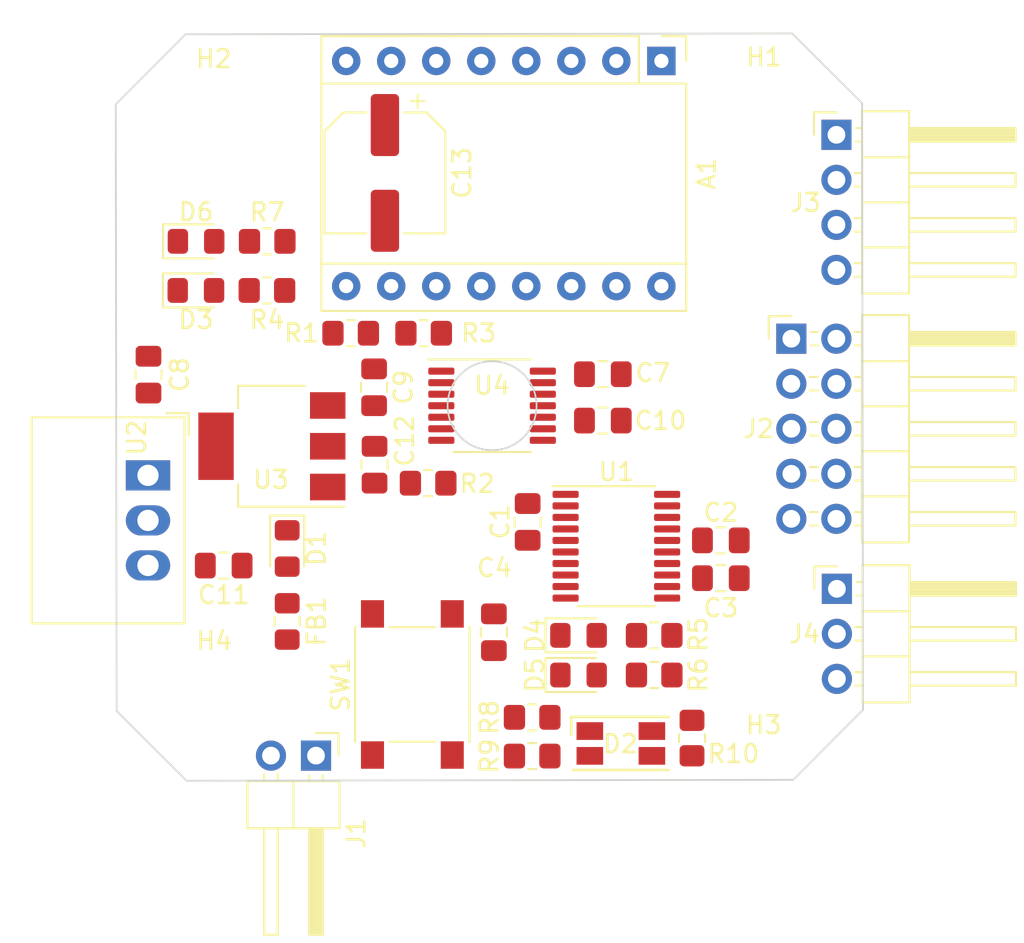
<source format=kicad_pcb>
(kicad_pcb (version 20211014) (generator pcbnew)
  (layers (0 "F.Cu" signal) (1 "In1.Cu" power "GND.Cu") (2 "In2.Cu" power "3.3V.Cu") (31 "B.Cu" signal) (34 "B.Paste" user) (35 "F.Paste" user) (36 "B.SilkS" user "B.Silkscreen") (37 "F.SilkS" user "F.Silkscreen") (38 "B.Mask" user) (39 "F.Mask" user) (44 "Edge.Cuts" user))
  (net 0 "")
  (net 1 "GND")
  (net 2 "Motor Enable")
  (net 3 "Driver Fault")
  (net 4 "+3V3")
  (net 5 "Net-(A1-Pad3)")
  (net 6 "Net-(A1-Pad4)")
  (net 7 "Net-(A1-Pad5)")
  (net 8 "Driver Reset")
  (net 9 "Net-(A1-Pad6)")
  (net 10 "Motor Step")
  (net 11 "Motor Direction")
  (net 12 "VCC")
  (net 13 "+5V")
  (net 14 "Net-(D1-Pad2)")
  (net 15 "Net-(D2-Pad1)")
  (net 16 "Net-(D2-Pad2)")
  (net 17 "Net-(D2-Pad3)")
  (net 18 "Net-(D3-Pad2)")
  (net 19 "Net-(D4-Pad2)")
  (net 20 "Net-(D5-Pad2)")
  (net 21 "Net-(D6-Pad2)")
  (net 22 "Net-(FB1-Pad1)")
  (net 23 "SWDIO")
  (net 24 "SWCLK")
  (net 25 "RX")
  (net 26 "TX")
  (net 27 "Control LED")
  (net 28 "Signal Red")
  (net 29 "Signal Green")
  (net 30 "Signal Blue")
  (net 32 "B")
  (net 33 "A")
  (net 42 "Net-(C7-Pad1)")
  (net 43 "Net-(R1-Pad2)")
  (net 44 "Net-(R2-Pad2)")
  (net 45 "Net-(R3-Pad2)")
  (footprint "Connector_PinHeader_2.54mm:PinHeader_1x04_P2.54mm_Horizontal" (layer "F.Cu") (at 166.7956 86.243)
    (fp_text reference "J3" (at -1.7464 3.8254) (layer "F.SilkS"))
    (fp_text value "Motor Out")
    (fp_line (start 10.1 5.46) (end 4.1 5.46) (layer "F.SilkS") (width 0.12))
    (fp_line (start 10.1 2.92) (end 4.1 2.92) (layer "F.SilkS") (width 0.12))
    (fp_line (start -1.27 0) (end -1.27 -1.27) (layer "F.SilkS") (width 0.12))
    (fp_line (start 1.042929 8) (end 1.44 8) (layer "F.SilkS") (width 0.12))
    (fp_line (start 10.1 4.7) (end 10.1 5.46) (layer "F.SilkS") (width 0.12))
    (fp_line (start 4.1 -0.32) (end 10.1 -0.32) (layer "F.SilkS") (width 0.12))
    (fp_line (start 1.042929 5.46) (end 1.44 5.46) (layer "F.SilkS") (width 0.12))
    (fp_line (start 4.1 -1.33) (end 1.44 -1.33) (layer "F.SilkS") (width 0.12))
    (fp_line (start 1.042929 2.92) (end 1.44 2.92) (layer "F.SilkS") (width 0.12))
    (fp_line (start 10.1 7.24) (end 10.1 8) (layer "F.SilkS") (width 0.12))
    (fp_line (start 10.1 2.16) (end 10.1 2.92) (layer "F.SilkS") (width 0.12))
    (fp_line (start 4.1 0.28) (end 10.1 0.28) (layer "F.SilkS") (width 0.12))
    (fp_line (start 1.44 6.35) (end 4.1 6.35) (layer "F.SilkS") (width 0.12))
    (fp_line (start -1.27 -1.27) (end 0 -1.27) (layer "F.SilkS") (width 0.12))
    (fp_line (start 4.1 4.7) (end 10.1 4.7) (layer "F.SilkS") (width 0.12))
    (fp_line (start 4.1 2.16) (end 10.1 2.16) (layer "F.SilkS") (width 0.12))
    (fp_line (start 1.11 0.38) (end 1.44 0.38) (layer "F.SilkS") (width 0.12))
    (fp_line (start 1.042929 7.24) (end 1.44 7.24) (layer "F.SilkS") (width 0.12))
    (fp_line (start 10.1 -0.38) (end 10.1 0.38) (layer "F.SilkS") (width 0.12))
    (fp_line (start 4.1 -0.38) (end 10.1 -0.38) (layer "F.SilkS") (width 0.12))
    (fp_line (start 10.1 0.38) (end 4.1 0.38) (layer "F.SilkS") (width 0.12))
    (fp_line (start 4.1 0.16) (end 10.1 0.16) (layer "F.SilkS") (width 0.12))
    (fp_line (start 1.042929 4.7) (end 1.44 4.7) (layer "F.SilkS") (width 0.12))
    (fp_line (start 1.042929 2.16) (end 1.44 2.16) (layer "F.SilkS") (width 0.12))
    (fp_line (start 1.44 8.95) (end 4.1 8.95) (layer "F.SilkS") (width 0.12))
    (fp_line (start 1.11 -0.38) (end 1.44 -0.38) (layer "F.SilkS") (width 0.12))
    (fp_line (start 1.44 3.81) (end 4.1 3.81) (layer "F.SilkS") (width 0.12))
    (fp_line (start 10.1 8) (end 4.1 8) (layer "F.SilkS") (width 0.12))
    (fp_line (start 4.1 0.04) (end 10.1 0.04) (layer "F.SilkS") (width 0.12))
    (fp_line (start 4.1 -0.08) (end 10.1 -0.08) (layer "F.SilkS") (width 0.12))
    (fp_line (start 4.1 8.95) (end 4.1 -1.33) (layer "F.SilkS") (width 0.12))
    (fp_line (start 4.1 7.24) (end 10.1 7.24) (layer "F.SilkS") (width 0.12))
    (fp_line (start 4.1 -0.2) (end 10.1 -0.2) (layer "F.SilkS") (width 0.12))
    (fp_line (start 1.44 1.27) (end 4.1 1.27) (layer "F.SilkS") (width 0.12))
    (fp_line (start 1.44 -1.33) (end 1.44 8.95) (layer "F.SilkS") (width 0.12))
    (pad "1" thru_hole rect locked (at 0 0) (size 1.7 1.7) (drill 1) (layers *.Cu *.Mask) (net 9 "Net-(A1-Pad6)"))
    (pad "2" thru_hole oval locked (at 0 2.54) (size 1.7 1.7) (drill 1) (layers *.Cu *.Mask) (net 7 "Net-(A1-Pad5)"))
    (pad "3" thru_hole oval locked (at 0 5.08) (size 1.7 1.7) (drill 1) (layers *.Cu *.Mask) (net 5 "Net-(A1-Pad3)"))
    (pad "4" thru_hole oval locked (at 0 7.62) (size 1.7 1.7) (drill 1) (layers *.Cu *.Mask) (net 6 "Net-(A1-Pad4)"))
  )
  (footprint "Button_Switch_SMD:SW_SPST_PTS645" (layer "F.Cu") (at 142.875 117.2464 90)
    (fp_text reference "SW1" (at 0 -4.05 90) (layer "F.SilkS"))
    (fp_text value "Reset")
    (fp_line (start 3.23 -3.23) (end 3.23 -3.2) (layer "F.SilkS") (width 0.12))
    (fp_line (start -3.23 -3.2) (end -3.23 -3.23) (layer "F.SilkS") (width 0.12))
    (fp_line (start -3.23 3.23) (end -3.23 3.2) (layer "F.SilkS") (width 0.12))
    (fp_line (start 3.23 -1.3) (end 3.23 1.3) (layer "F.SilkS") (width 0.12))
    (fp_line (start -3.23 -3.23) (end 3.23 -3.23) (layer "F.SilkS") (width 0.12))
    (fp_line (start 3.23 3.23) (end 3.23 3.2) (layer "F.SilkS") (width 0.12))
    (fp_line (start -3.23 3.23) (end 3.23 3.23) (layer "F.SilkS") (width 0.12))
    (fp_line (start -3.23 -1.3) (end -3.23 1.3) (layer "F.SilkS") (width 0.12))
    (pad "1" smd rect locked (at -3.98 -2.25 90) (size 1.55 1.3) (layers "F.Cu" "F.Paste" "F.Mask") (net 1 "GND"))
    (pad "1" smd rect locked (at 3.98 -2.25 90) (size 1.55 1.3) (layers "F.Cu" "F.Paste" "F.Mask") (net 1 "GND"))
    (pad "2" smd rect locked (at 3.98 2.25 90) (size 1.55 1.3) (layers "F.Cu" "F.Paste" "F.Mask") (net 8 "Driver Reset"))
    (pad "2" smd rect locked (at -3.98 2.25 90) (size 1.55 1.3) (layers "F.Cu" "F.Paste" "F.Mask") (net 8 "Driver Reset"))
  )
  (footprint "Capacitor_SMD:C_0805_2012Metric_Pad1.18x1.45mm_HandSolder" (layer "F.Cu") (at 153.6192 102.362)
    (fp_text reference "C10" (at 3.2512 0) (layer "F.SilkS"))
    (fp_text value "0.1uF")
    (fp_line (start -0.261252 0.735) (end 0.261252 0.735) (layer "F.SilkS") (width 0.12))
    (fp_line (start -0.261252 -0.735) (end 0.261252 -0.735) (layer "F.SilkS") (width 0.12))
    (pad "1" smd roundrect locked (at -1.0375 0) (size 1.175 1.45) (layers "F.Cu" "F.Paste" "F.Mask") (roundrect_rratio 0.212766) (net 13 "+5V"))
    (pad "2" smd roundrect locked (at 1.0375 0) (size 1.175 1.45) (layers "F.Cu" "F.Paste" "F.Mask") (roundrect_rratio 0.212766) (net 1 "GND"))
  )
  (footprint "LED_SMD:LED_0805_2012Metric_Pad1.15x1.40mm_HandSolder" (layer "F.Cu") (at 130.6646 95.0214)
    (fp_text reference "D3" (at 0 1.651) (layer "F.SilkS"))
    (fp_text value "Power")
    (fp_line (start -1.86 -0.96) (end -1.86 0.96) (layer "F.SilkS") (width 0.12))
    (fp_line (start 1 -0.96) (end -1.86 -0.96) (layer "F.SilkS") (width 0.12))
    (fp_line (start -1.86 0.96) (end 1 0.96) (layer "F.SilkS") (width 0.12))
    (pad "1" smd roundrect locked (at -1.025 0) (size 1.15 1.4) (layers "F.Cu" "F.Paste" "F.Mask") (roundrect_rratio 0.217391) (net 1 "GND"))
    (pad "2" smd roundrect locked (at 1.025 0) (size 1.15 1.4) (layers "F.Cu" "F.Paste" "F.Mask") (roundrect_rratio 0.217391) (net 18 "Net-(D3-Pad2)"))
  )
  (footprint "Capacitor_SMD:C_0805_2012Metric_Pad1.18x1.45mm_HandSolder" (layer "F.Cu") (at 147.4724 114.3 -90)
    (fp_text reference "C4" (at -3.6322 -0.0254 180) (layer "F.SilkS"))
    (fp_text value "0.1uF")
    (fp_line (start -0.261252 -0.735) (end 0.261252 -0.735) (layer "F.SilkS") (width 0.12))
    (fp_line (start -0.261252 0.735) (end 0.261252 0.735) (layer "F.SilkS") (width 0.12))
    (pad "1" smd roundrect locked (at -1.0375 0 270) (size 1.175 1.45) (layers "F.Cu" "F.Paste" "F.Mask") (roundrect_rratio 0.212766) (net 8 "Driver Reset"))
    (pad "2" smd roundrect locked (at 1.0375 0 270) (size 1.175 1.45) (layers "F.Cu" "F.Paste" "F.Mask") (roundrect_rratio 0.212766) (net 1 "GND"))
  )
  (footprint "MountingHole:MountingHole_3.2mm_M3" (layer "F.Cu") (at 131.7244 117.094)
    (fp_text reference "H4" (at -0.0254 -2.3114) (layer "F.SilkS"))
    (fp_text value "MountingHole")
    (pad "" np_thru_hole circle locked (at 0 0) (size 3.2 3.2) (drill 3.2) (layers *.Cu *.Mask))
  )
  (footprint "Connector_PinHeader_2.54mm:PinHeader_2x05_P2.54mm_Horizontal" (layer "F.Cu") (at 164.2506 97.7442)
    (fp_text reference "J2" (at -1.843 5.075) (layer "F.SilkS"))
    (fp_text value "ARM-JTAG/SWD_10")
    (fp_line (start 12.64 10.54) (end 6.64 10.54) (layer "F.SilkS") (width 0.12))
    (fp_line (start 3.582929 2.16) (end 3.98 2.16) (layer "F.SilkS") (width 0.12))
    (fp_line (start 1.11 -0.38) (end 1.497071 -0.38) (layer "F.SilkS") (width 0.12))
    (fp_line (start 6.64 -1.33) (end 3.98 -1.33) (layer "F.SilkS") (width 0.12))
    (fp_line (start 6.64 -0.38) (end 12.64 -0.38) (layer "F.SilkS") (width 0.12))
    (fp_line (start 1.042929 2.16) (end 1.497071 2.16) (layer "F.SilkS") (width 0.12))
    (fp_line (start 6.64 11.49) (end 6.64 -1.33) (layer "F.SilkS") (width 0.12))
    (fp_line (start 12.64 -0.38) (end 12.64 0.38) (layer "F.SilkS") (width 0.12))
    (fp_line (start 1.042929 7.24) (end 1.497071 7.24) (layer "F.SilkS") (width 0.12))
    (fp_line (start 3.582929 8) (end 3.98 8) (layer "F.SilkS") (width 0.12))
    (fp_line (start 3.582929 9.78) (end 3.98 9.78) (layer "F.SilkS") (width 0.12))
    (fp_line (start 3.582929 -0.38) (end 3.98 -0.38) (layer "F.SilkS") (width 0.12))
    (fp_line (start 1.042929 9.78) (end 1.497071 9.78) (layer "F.SilkS") (width 0.12))
    (fp_line (start 12.64 8) (end 6.64 8) (layer "F.SilkS") (width 0.12))
    (fp_line (start 6.64 2.16) (end 12.64 2.16) (layer "F.SilkS") (width 0.12))
    (fp_line (start 6.64 -0.08) (end 12.64 -0.08) (layer "F.SilkS") (width 0.12))
    (fp_line (start 3.582929 0.38) (end 3.98 0.38) (layer "F.SilkS") (width 0.12))
    (fp_line (start -1.27 0) (end -1.27 -1.27) (layer "F.SilkS") (width 0.12))
    (fp_line (start 12.64 0.38) (end 6.64 0.38) (layer "F.SilkS") (width 0.12))
    (fp_line (start 6.64 0.28) (end 12.64 0.28) (layer "F.SilkS") (width 0.12))
    (fp_line (start 1.042929 4.7) (end 1.497071 4.7) (layer "F.SilkS") (width 0.12))
    (fp_line (start 6.64 7.24) (end 12.64 7.24) (layer "F.SilkS") (width 0.12))
    (fp_line (start 3.98 6.35) (end 6.64 6.35) (layer "F.SilkS") (width 0.12))
    (fp_line (start 1.042929 8) (end 1.497071 8) (layer "F.SilkS") (width 0.12))
    (fp_line (start 1.11 0.38) (end 1.497071 0.38) (layer "F.SilkS") (width 0.12))
    (fp_line (start 3.582929 4.7) (end 3.98 4.7) (layer "F.SilkS") (width 0.12))
    (fp_line (start 12.64 2.16) (end 12.64 2.92) (layer "F.SilkS") (width 0.12))
    (fp_line (start 3.98 11.49) (end 6.64 11.49) (layer "F.SilkS") (width 0.12))
    (fp_line (start 12.64 2.92) (end 6.64 2.92) (layer "F.SilkS") (width 0.12))
    (fp_line (start 6.64 0.04) (end 12.64 0.04) (layer "F.SilkS") (width 0.12))
    (fp_line (start 12.64 5.46) (end 6.64 5.46) (layer "F.SilkS") (width 0.12))
    (fp_line (start 3.98 8.89) (end 6.64 8.89) (layer "F.SilkS") (width 0.12))
    (fp_line (start 12.64 7.24) (end 12.64 8) (layer "F.SilkS") (width 0.12))
    (fp_line (start 12.64 9.78) (end 12.64 10.54) (layer "F.SilkS") (width 0.12))
    (fp_line (start 12.64 4.7) (end 12.64 5.46) (layer "F.SilkS") (width 0.12))
    (fp_line (start 3.582929 2.92) (end 3.98 2.92) (layer "F.SilkS") (width 0.12))
    (fp_line (start 1.042929 10.54) (end 1.497071 10.54) (layer "F.SilkS") (width 0.12))
    (fp_line (start 6.64 0.16) (end 12.64 0.16) (layer "F.SilkS") (width 0.12))
    (fp_line (start 6.64 9.78) (end 12.64 9.78) (layer "F.SilkS") (width 0.12))
    (fp_line (start 3.98 1.27) (end 6.64 1.27) (layer "F.SilkS") (width 0.12))
    (fp_line (start 6.64 -0.32) (end 12.64 -0.32) (layer "F.SilkS") (width 0.12))
    (fp_line (start 1.042929 5.46) (end 1.497071 5.46) (layer "F.SilkS") (width 0.12))
    (fp_line (start 6.64 4.7) (end 12.64 4.7) (layer "F.SilkS") (width 0.12))
    (fp_line (start 3.582929 5.46) (end 3.98 5.46) (layer "F.SilkS") (width 0.12))
    (fp_line (start 3.582929 10.54) (end 3.98 10.54) (layer "F.SilkS") (width 0.12))
    (fp_line (start 3.98 3.81) (end 6.64 3.81) (layer "F.SilkS") (width 0.12))
    (fp_line (start 3.582929 7.24) (end 3.98 7.24) (layer "F.SilkS") (width 0.12))
    (fp_line (start 3.98 -1.33) (end 3.98 11.49) (layer "F.SilkS") (width 0.12))
    (fp_line (start -1.27 -1.27) (end 0 -1.27) (layer "F.SilkS") (width 0.12))
    (fp_line (start 1.042929 2.92) (end 1.497071 2.92) (layer "F.SilkS") (width 0.12))
    (fp_line (start 6.64 -0.2) (end 12.64 -0.2) (layer "F.SilkS") (width 0.12))
    (pad "1" thru_hole rect locked (at 0 0) (size 1.7 1.7) (drill 1) (layers *.Cu *.Mask) (net 4 "+3V3"))
    (pad "2" thru_hole oval locked (at 2.54 0) (size 1.7 1.7) (drill 1) (layers *.Cu *.Mask) (net 23 "SWDIO"))
    (pad "3" thru_hole oval locked (at 0 2.54) (size 1.7 1.7) (drill 1) (layers *.Cu *.Mask) (net 1 "GND"))
    (pad "4" thru_hole oval locked (at 2.54 2.54) (size 1.7 1.7) (drill 1) (layers *.Cu *.Mask) (net 24 "SWCLK"))
    (pad "5" thru_hole oval locked (at 0 5.08) (size 1.7 1.7) (drill 1) (layers *.Cu *.Mask) (net 1 "GND"))
    (pad "6" thru_hole oval locked (at 2.54 5.08) (size 1.7 1.7) (drill 1) (layers *.Cu *.Mask))
    (pad "7" thru_hole oval locked (at 0 7.62) (size 1.7 1.7) (drill 1) (layers *.Cu *.Mask))
    (pad "8" thru_hole oval locked (at 2.54 7.62) (size 1.7 1.7) (drill 1) (layers *.Cu *.Mask))
    (pad "9" thru_hole oval locked (at 0 10.16) (size 1.7 1.7) (drill 1) (layers *.Cu *.Mask) (net 1 "GND"))
    (pad "10" thru_hole oval locked (at 2.54 10.16) (size 1.7 1.7) (drill 1) (layers *.Cu *.Mask))
  )
  (footprint "Resistor_SMD:R_0805_2012Metric_Pad1.20x1.40mm_HandSolder" (layer "F.Cu") (at 143.51 97.4344)
    (fp_text reference "R3" (at 3.0988 0) (layer "F.SilkS"))
    (fp_text value "10K")
    (fp_line (start -0.227064 0.735) (end 0.227064 0.735) (layer "F.SilkS") (width 0.12))
    (fp_line (start -0.227064 -0.735) (end 0.227064 -0.735) (layer "F.SilkS") (width 0.12))
    (pad "1" smd roundrect locked (at -1 0) (size 1.2 1.4) (layers "F.Cu" "F.Paste" "F.Mask") (roundrect_rratio 0.208333) (net 13 "+5V"))
    (pad "2" smd roundrect locked (at 1 0) (size 1.2 1.4) (layers "F.Cu" "F.Paste" "F.Mask") (roundrect_rratio 0.208333) (net 45 "Net-(R3-Pad2)"))
  )
  (footprint "Capacitor_SMD:C_0805_2012Metric_Pad1.18x1.45mm_HandSolder" (layer "F.Cu") (at 149.3774 108.077 90)
    (fp_text reference "C1" (at 0 -1.5494 90) (layer "F.SilkS"))
    (fp_text value "0.1uF")
    (fp_line (start -0.261252 -0.735) (end 0.261252 -0.735) (layer "F.SilkS") (width 0.12))
    (fp_line (start -0.261252 0.735) (end 0.261252 0.735) (layer "F.SilkS") (width 0.12))
    (pad "1" smd roundrect locked (at -1.0375 0 90) (size 1.175 1.45) (layers "F.Cu" "F.Paste" "F.Mask") (roundrect_rratio 0.212766) (net 4 "+3V3"))
    (pad "2" smd roundrect locked (at 1.0375 0 90) (size 1.175 1.45) (layers "F.Cu" "F.Paste" "F.Mask") (roundrect_rratio 0.212766) (net 1 "GND"))
  )
  (footprint "Resistor_SMD:R_0805_2012Metric_Pad1.20x1.40mm_HandSolder" (layer "F.Cu") (at 134.6708 95.0214)
    (fp_text reference "R4" (at 0 1.651) (layer "F.SilkS"))
    (fp_text value "100")
    (fp_line (start -0.227064 0.735) (end 0.227064 0.735) (layer "F.SilkS") (width 0.12))
    (fp_line (start -0.227064 -0.735) (end 0.227064 -0.735) (layer "F.SilkS") (width 0.12))
    (pad "1" smd roundrect locked (at -1 0) (size 1.2 1.4) (layers "F.Cu" "F.Paste" "F.Mask") (roundrect_rratio 0.208333) (net 18 "Net-(D3-Pad2)"))
    (pad "2" smd roundrect locked (at 1 0) (size 1.2 1.4) (layers "F.Cu" "F.Paste" "F.Mask") (roundrect_rratio 0.208333) (net 13 "+5V"))
  )
  (footprint "Module:Pololu_Breakout-16_15.2x20.3mm" (layer "F.Cu") (at 156.9212 82.0774 -90)
    (fp_text reference "A1" (at 6.35 -2.54 90) (layer "F.SilkS"))
    (fp_text value "Pololu DRV8825")
    (fp_line (start 14.1 -1.4) (end 1.27 -1.4) (layer "F.SilkS") (width 0.12))
    (fp_line (start 14.1 19.18) (end 14.1 -1.4) (layer "F.SilkS") (width 0.12))
    (fp_line (start -1.4 -1.4) (end -1.4 0) (layer "F.SilkS") (width 0.12))
    (fp_line (start 1.27 1.27) (end -1.4 1.27) (layer "F.SilkS") (width 0.12))
    (fp_line (start 0 -1.4) (end -1.4 -1.4) (layer "F.SilkS") (width 0.12))
    (fp_line (start -1.4 19.18) (end 14.1 19.18) (layer "F.SilkS") (width 0.12))
    (fp_line (start 1.27 -1.4) (end 1.27 1.27) (layer "F.SilkS") (width 0.12))
    (fp_line (start 1.27 1.27) (end 1.27 19.18) (layer "F.SilkS") (width 0.12))
    (fp_line (start 11.43 -1.4) (end 11.43 19.18) (layer "F.SilkS") (width 0.12))
    (fp_line (start -1.4 1.27) (end -1.4 19.18) (layer "F.SilkS") (width 0.12))
    (pad "1" thru_hole rect locked (at 0 0 270) (size 1.6 1.6) (drill 0.8) (layers *.Cu *.Mask) (net 1 "GND"))
    (pad "2" thru_hole oval locked (at 0 2.54 270) (size 1.6 1.6) (drill 0.8) (layers *.Cu *.Mask) (net 3 "Driver Fault"))
    (pad "3" thru_hole oval locked (at 0 5.08 270) (size 1.6 1.6) (drill 0.8) (layers *.Cu *.Mask) (net 5 "Net-(A1-Pad3)"))
    (pad "4" thru_hole oval locked (at 0 7.62 270) (size 1.6 1.6) (drill 0.8) (layers *.Cu *.Mask) (net 6 "Net-(A1-Pad4)"))
    (pad "5" thru_hole oval locked (at 0 10.16 270) (size 1.6 1.6) (drill 0.8) (layers *.Cu *.Mask) (net 7 "Net-(A1-Pad5)"))
    (pad "6" thru_hole oval locked (at 0 12.7 270) (size 1.6 1.6) (drill 0.8) (layers *.Cu *.Mask) (net 9 "Net-(A1-Pad6)"))
    (pad "7" thru_hole oval locked (at 0 15.24 270) (size 1.6 1.6) (drill 0.8) (layers *.Cu *.Mask) (net 1 "GND"))
    (pad "8" thru_hole oval locked (at 0 17.78 270) (size 1.6 1.6) (drill 0.8) (layers *.Cu *.Mask) (net 12 "VCC"))
    (pad "9" thru_hole oval locked (at 12.7 17.78 270) (size 1.6 1.6) (drill 0.8) (layers *.Cu *.Mask) (net 2 "Motor Enable"))
    (pad "10" thru_hole oval locked (at 12.7 15.24 270) (size 1.6 1.6) (drill 0.8) (layers *.Cu *.Mask) (net 4 "+3V3"))
    (pad "11" thru_hole oval locked (at 12.7 12.7 270) (size 1.6 1.6) (drill 0.8) (layers *.Cu *.Mask) (net 4 "+3V3"))
    (pad "12" thru_hole oval locked (at 12.7 10.16 270) (size 1.6 1.6) (drill 0.8) (layers *.Cu *.Mask) (net 1 "GND"))
    (pad "13" thru_hole oval locked (at 12.7 7.62 270) (size 1.6 1.6) (drill 0.8) (layers *.Cu *.Mask) (net 8 "Driver Reset"))
    (pad "14" thru_hole oval locked (at 12.7 5.08 270) (size 1.6 1.6) (drill 0.8) (layers *.Cu *.Mask) (net 4 "+3V3"))
    (pad "15" thru_hole oval locked (at 12.7 2.54 270) (size 1.6 1.6) (drill 0.8) (layers *.Cu *.Mask) (net 10 "Motor Step"))
    (pad "16" thru_hole oval locked (at 12.7 0 270) (size 1.6 1.6) (drill 0.8) (layers *.Cu *.Mask) (net 11 "Motor Direction"))
  )
  (footprint "Connector_PinHeader_2.54mm:PinHeader_1x03_P2.54mm_Horizontal" (layer "F.Cu") (at 166.821 111.8512)
    (fp_text reference "J4" (at -1.8226 2.5504) (layer "F.SilkS"))
    (fp_text value "Serial Out")
    (fp_line (start 10.1 0.38) (end 4.1 0.38) (layer "F.SilkS") (width 0.12))
    (fp_line (start 1.11 0.38) (end 1.44 0.38) (layer "F.SilkS") (width 0.12))
    (fp_line (start -1.27 0) (end -1.27 -1.27) (layer "F.SilkS") (width 0.12))
    (fp_line (start 4.1 -0.08) (end 10.1 -0.08) (layer "F.SilkS") (width 0.12))
    (fp_line (start 4.1 0.04) (end 10.1 0.04) (layer "F.SilkS") (width 0.12))
    (fp_line (start 1.44 3.81) (end 4.1 3.81) (layer "F.SilkS") (width 0.12))
    (fp_line (start 4.1 -0.32) (end 10.1 -0.32) (layer "F.SilkS") (width 0.12))
    (fp_line (start 1.042929 4.7) (end 1.44 4.7) (layer "F.SilkS") (width 0.12))
    (fp_line (start 1.11 -0.38) (end 1.44 -0.38) (layer "F.SilkS") (width 0.12))
    (fp_line (start 10.1 2.92) (end 4.1 2.92) (layer "F.SilkS") (width 0.12))
    (fp_line (start 4.1 -0.2) (end 10.1 -0.2) (layer "F.SilkS") (width 0.12))
    (fp_line (start 4.1 -0.38) (end 10.1 -0.38) (layer "F.SilkS") (width 0.12))
    (fp_line (start 10.1 2.16) (end 10.1 2.92) (layer "F.SilkS") (width 0.12))
    (fp_line (start 1.042929 5.46) (end 1.44 5.46) (layer "F.SilkS") (width 0.12))
    (fp_line (start 1.44 -1.33) (end 1.44 6.41) (layer "F.SilkS") (width 0.12))
    (fp_line (start 4.1 -1.33) (end 1.44 -1.33) (layer "F.SilkS") (width 0.12))
    (fp_line (start -1.27 -1.27) (end 0 -1.27) (layer "F.SilkS") (width 0.12))
    (fp_line (start 4.1 0.16) (end 10.1 0.16) (layer "F.SilkS") (width 0.12))
    (fp_line (start 10.1 4.7) (end 10.1 5.46) (layer "F.SilkS") (width 0.12))
    (fp_line (start 1.042929 2.92) (end 1.44 2.92) (layer "F.SilkS") (width 0.12))
    (fp_line (start 4.1 0.28) (end 10.1 0.28) (layer "F.SilkS") (width 0.12))
    (fp_line (start 10.1 5.46) (end 4.1 5.46) (layer "F.SilkS") (width 0.12))
    (fp_line (start 1.042929 2.16) (end 1.44 2.16) (layer "F.SilkS") (width 0.12))
    (fp_line (start 4.1 2.16) (end 10.1 2.16) (layer "F.SilkS") (width 0.12))
    (fp_line (start 4.1 4.7) (end 10.1 4.7) (layer "F.SilkS") (width 0.12))
    (fp_line (start 1.44 6.41) (end 4.1 6.41) (layer "F.SilkS") (width 0.12))
    (fp_line (start 4.1 6.41) (end 4.1 -1.33) (layer "F.SilkS") (width 0.12))
    (fp_line (start 1.44 1.27) (end 4.1 1.27) (layer "F.SilkS") (width 0.12))
    (fp_line (start 10.1 -0.38) (end 10.1 0.38) (layer "F.SilkS") (width 0.12))
    (pad "1" thru_hole rect locked (at 0 0) (size 1.7 1.7) (drill 1) (layers *.Cu *.Mask) (net 25 "RX"))
    (pad "2" thru_hole oval locked (at 0 2.54) (size 1.7 1.7) (drill 1) (layers *.Cu *.Mask) (net 26 "TX"))
    (pad "3" thru_hole oval locked (at 0 5.08) (size 1.7 1.7) (drill 1) (layers *.Cu *.Mask) (net 1 "GND"))
  )
  (footprint "MountingHole:MountingHole_3.2mm_M3" (layer "F.Cu") (at 162.7124 117.094)
    (fp_text reference "H3" (at -0.0254 2.4384) (layer "F.SilkS"))
    (fp_text value "MountingHole")
    (pad "" np_thru_hole circle locked (at 0 0) (size 3.2 3.2) (drill 3.2) (layers *.Cu *.Mask))
  )
  (footprint "Capacitor_SMD:C_0805_2012Metric_Pad1.18x1.45mm_HandSolder" (layer "F.Cu") (at 153.6192 99.7458)
    (fp_text reference "C7" (at 2.8194 -0.0762) (layer "F.SilkS"))
    (fp_text value "1uF")
    (fp_line (start -0.261252 0.735) (end 0.261252 0.735) (layer "F.SilkS") (width 0.12))
    (fp_line (start -0.261252 -0.735) (end 0.261252 -0.735) (layer "F.SilkS") (width 0.12))
    (pad "1" smd roundrect locked (at -1.0375 0) (size 1.175 1.45) (layers "F.Cu" "F.Paste" "F.Mask") (roundrect_rratio 0.212766) (net 42 "Net-(C7-Pad1)"))
    (pad "2" smd roundrect locked (at 1.0375 0) (size 1.175 1.45) (layers "F.Cu" "F.Paste" "F.Mask") (roundrect_rratio 0.212766) (net 1 "GND"))
  )
  (footprint "Resistor_SMD:R_0805_2012Metric_Pad1.20x1.40mm_HandSolder" (layer "F.Cu") (at 149.6322 121.285 180)
    (fp_text reference "R9" (at 2.4138 0 90) (layer "F.SilkS"))
    (fp_text value "470")
    (fp_line (start -0.227064 0.735) (end 0.227064 0.735) (layer "F.SilkS") (width 0.12))
    (fp_line (start -0.227064 -0.735) (end 0.227064 -0.735) (layer "F.SilkS") (width 0.12))
    (pad "1" smd roundrect locked (at -1 0 180) (size 1.2 1.4) (layers "F.Cu" "F.Paste" "F.Mask") (roundrect_rratio 0.208333) (net 16 "Net-(D2-Pad2)"))
    (pad "2" smd roundrect locked (at 1 0 180) (size 1.2 1.4) (layers "F.Cu" "F.Paste" "F.Mask") (roundrect_rratio 0.208333) (net 29 "Signal Green"))
  )
  (footprint "Resistor_SMD:R_0805_2012Metric_Pad1.20x1.40mm_HandSolder" (layer "F.Cu") (at 134.6872 92.2528)
    (fp_text reference "R7" (at 0 -1.65) (layer "F.SilkS"))
    (fp_text value "470")
    (fp_line (start -0.227064 0.735) (end 0.227064 0.735) (layer "F.SilkS") (width 0.12))
    (fp_line (start -0.227064 -0.735) (end 0.227064 -0.735) (layer "F.SilkS") (width 0.12))
    (pad "1" smd roundrect locked (at -1 0) (size 1.2 1.4) (layers "F.Cu" "F.Paste" "F.Mask") (roundrect_rratio 0.208333) (net 21 "Net-(D6-Pad2)"))
    (pad "2" smd roundrect locked (at 1 0) (size 1.2 1.4) (layers "F.Cu" "F.Paste" "F.Mask") (roundrect_rratio 0.208333) (net 27 "Control LED"))
  )
  (footprint "Package_SO:TSSOP-14_4.4x5mm_P0.65mm" (layer "F.Cu") (at 147.3708 101.5238)
    (fp_text reference "U4" (at 0 -1.143) (layer "F.SilkS"))
    (fp_text value "AS5047D")
    (fp_line (start 0 -2.61) (end 2.2 -2.61) (layer "F.SilkS") (width 0.12))
    (fp_line (start 0 -2.61) (end -3.6 -2.61) (layer "F.SilkS") (width 0.12))
    (fp_line (start 0 2.61) (end -2.2 2.61) (layer "F.SilkS") (width 0.12))
    (fp_line (start 0 2.61) (end 2.2 2.61) (layer "F.SilkS") (width 0.12))
    (pad "1" smd roundrect locked (at -2.8625 -1.95) (size 1.475 0.4) (layers "F.Cu" "F.Paste" "F.Mask") (net 45 "Net-(R3-Pad2)"))
    (pad "2" smd roundrect locked (at -2.8625 -1.3) (size 1.475 0.4) (layers "F.Cu" "F.Paste" "F.Mask") (net 44 "Net-(R2-Pad2)"))
    (pad "3" smd roundrect locked (at -2.8625 -0.65) (size 1.475 0.4) (layers "F.Cu" "F.Paste" "F.Mask"))
    (pad "4" smd roundrect locked (at -2.8625 0) (size 1.475 0.4) (layers "F.Cu" "F.Paste" "F.Mask") (net 43 "Net-(R1-Pad2)"))
    (pad "5" smd roundrect locked (at -2.8625 0.65) (size 1.475 0.4) (layers "F.Cu" "F.Paste" "F.Mask") (net 1 "GND"))
    (pad "6" smd roundrect locked (at -2.8625 1.3) (size 1.475 0.4) (layers "F.Cu" "F.Paste" "F.Mask") (net 32 "B"))
    (pad "7" smd roundrect locked (at -2.8625 1.95) (size 1.475 0.4) (layers "F.Cu" "F.Paste" "F.Mask") (net 33 "A"))
    (pad "8" smd roundrect locked (at 2.8625 1.95) (size 1.475 0.4) (layers "F.Cu" "F.Paste" "F.Mask"))
    (pad "9" smd roundrect locked (at 2.8625 1.3) (size 1.475 0.4) (layers "F.Cu" "F.Paste" "F.Mask"))
    (pad "10" smd roundrect locked (at 2.8625 0.65) (size 1.475 0.4) (layers "F.Cu" "F.Paste" "F.Mask"))
    (pad "11" smd roundrect locked (at 2.8625 0) (size 1.475 0.4) (layers "F.Cu" "F.Paste" "F.Mask") (net 13 "+5V"))
    (pad "12" smd roundrect locked (at 2.8625 -0.65) (size 1.475 0.4) (layers "F.Cu" "F.Paste" "F.Mask") (net 42 "Net-(C7-Pad1)"))
    (pad "13" smd roundrect locked (at 2.8625 -1.3) (size 1.475 0.4) (layers "F.Cu" "F.Paste" "F.Mask") (net 1 "GND"))
    (pad "14" smd roundrect locked (at 2.8625 -1.95) (size 1.475 0.4) (layers "F.Cu" "F.Paste" "F.Mask"))
  )
  (footprint "Package_TO_SOT_SMD:SOT-223-3_TabPin2" (layer "F.Cu") (at 134.9502 103.8098 180)
    (fp_text reference "U3" (at 0.0508 -1.8796) (layer "F.SilkS"))
    (fp_text value "AMS1117-3.3")
    (fp_line (start -1.85 3.41) (end 1.91 3.41) (layer "F.SilkS") (width 0.12))
    (fp_line (start -4.1 -3.41) (end 1.91 -3.41) (layer "F.SilkS") (width 0.12))
    (fp_line (start 1.91 -3.41) (end 1.91 -2.15) (layer "F.SilkS") (width 0.12))
    (fp_line (start 1.91 3.41) (end 1.91 2.15) (layer "F.SilkS") (width 0.12))
    (pad "1" smd rect locked (at -3.15 -2.3 180) (size 2 1.5) (layers "F.Cu" "F.Paste" "F.Mask") (net 1 "GND"))
    (pad "2" smd rect locked (at -3.15 0 180) (size 2 1.5) (layers "F.Cu" "F.Paste" "F.Mask") (net 4 "+3V3"))
    (pad "2" smd rect locked (at 3.15 0 180) (size 2 3.8) (layers "F.Cu" "F.Paste" "F.Mask") (net 4 "+3V3"))
    (pad "3" smd rect locked (at -3.15 2.3 180) (size 2 1.5) (layers "F.Cu" "F.Paste" "F.Mask") (net 13 "+5V"))
  )
  (footprint "MountingHole:MountingHole_3.2mm_M3" (layer "F.Cu") (at 162.7124 86.0552)
    (fp_text reference "H1" (at 0 -4.2) (layer "F.SilkS"))
    (fp_text value "MountingHole")
    (pad "" np_thru_hole circle locked (at 0 0) (size 3.2 3.2) (drill 3.2) (layers *.Cu *.Mask))
  )
  (footprint "Package_SO:TSSOP-20_4.4x6.5mm_P0.65mm" (layer "F.Cu") (at 154.3812 109.4486)
    (fp_text reference "U1" (at 0 -4.2) (layer "F.SilkS"))
    (fp_text value "STM32L011F4Px")
    (fp_line (start 0 3.385) (end 2.2 3.385) (layer "F.SilkS") (width 0.12))
    (fp_line (start 0 3.385) (end -2.2 3.385) (layer "F.SilkS") (width 0.12))
    (fp_line (start 0 -3.385) (end 2.2 -3.385) (layer "F.SilkS") (width 0.12))
    (fp_line (start 0 -3.385) (end -3.6 -3.385) (layer "F.SilkS") (width 0.12))
    (pad "1" smd roundrect locked (at -2.8625 -2.925) (size 1.475 0.4) (layers "F.Cu" "F.Paste" "F.Mask") (net 3 "Driver Fault"))
    (pad "2" smd roundrect locked (at -2.8625 -2.275) (size 1.475 0.4) (layers "F.Cu" "F.Paste" "F.Mask"))
    (pad "3" smd roundrect locked (at -2.8625 -1.625) (size 1.475 0.4) (layers "F.Cu" "F.Paste" "F.Mask"))
    (pad "4" smd roundrect locked (at -2.8625 -0.975) (size 1.475 0.4) (layers "F.Cu" "F.Paste" "F.Mask") (net 8 "Driver Reset"))
    (pad "5" smd roundrect locked (at -2.8625 -0.325) (size 1.475 0.4) (layers "F.Cu" "F.Paste" "F.Mask") (net 4 "+3V3"))
    (pad "6" smd roundrect locked (at -2.8625 0.325) (size 1.475 0.4) (layers "F.Cu" "F.Paste" "F.Mask") (net 33 "A"))
    (pad "7" smd roundrect locked (at -2.8625 0.975) (size 1.475 0.4) (layers "F.Cu" "F.Paste" "F.Mask") (net 32 "B"))
    (pad "8" smd roundrect locked (at -2.8625 1.625) (size 1.475 0.4) (layers "F.Cu" "F.Paste" "F.Mask") (net 26 "TX"))
    (pad "9" smd roundrect locked (at -2.8625 2.275) (size 1.475 0.4) (layers "F.Cu" "F.Paste" "F.Mask") (net 25 "RX"))
    (pad "10" smd roundrect locked (at -2.8625 2.925) (size 1.475 0.4) (layers "F.Cu" "F.Paste" "F.Mask") (net 27 "Control LED"))
    (pad "11" smd roundrect locked (at 2.8625 2.925) (size 1.475 0.4) (layers "F.Cu" "F.Paste" "F.Mask") (net 10 "Motor Step"))
    (pad "12" smd roundrect locked (at 2.8625 2.275) (size 1.475 0.4) (layers "F.Cu" "F.Paste" "F.Mask") (net 11 "Motor Direction"))
    (pad "13" smd roundrect locked (at 2.8625 1.625) (size 1.475 0.4) (layers "F.Cu" "F.Paste" "F.Mask") (net 2 "Motor Enable"))
    (pad "14" smd roundrect locked (at 2.8625 0.975) (size 1.475 0.4) (layers "F.Cu" "F.Paste" "F.Mask") (net 30 "Signal Blue"))
    (pad "15" smd roundrect locked (at 2.8625 0.325) (size 1.475 0.4) (layers "F.Cu" "F.Paste" "F.Mask") (net 1 "GND"))
    (pad "16" smd roundrect locked (at 2.8625 -0.325) (size 1.475 0.4) (layers "F.Cu" "F.Paste" "F.Mask") (net 4 "+3V3"))
    (pad "17" smd roundrect locked (at 2.8625 -0.975) (size 1.475 0.4) (layers "F.Cu" "F.Paste" "F.Mask") (net 28 "Signal Red"))
    (pad "18" smd roundrect locked (at 2.8625 -1.625) (size 1.475 0.4) (layers "F.Cu" "F.Paste" "F.Mask") (net 29 "Signal Green"))
    (pad "19" smd roundrect locked (at 2.8625 -2.275) (size 1.475 0.4) (layers "F.Cu" "F.Paste" "F.Mask") (net 23 "SWDIO"))
    (pad "20" smd roundrect locked (at 2.8625 -2.925) (size 1.475 0.4) (layers "F.Cu" "F.Paste" "F.Mask") (net 24 "SWCLK"))
  )
  (footprint "Resistor_SMD:R_0805_2012Metric_Pad1.20x1.40mm_HandSolder" (layer "F.Cu") (at 156.5148 116.713)
    (fp_text reference "R6" (at 2.4892 0 90) (layer "F.SilkS"))
    (fp_text value "470")
    (fp_line (start -0.227064 0.735) (end 0.227064 0.735) (layer "F.SilkS") (width 0.12))
    (fp_line (start -0.227064 -0.735) (end 0.227064 -0.735) (layer "F.SilkS") (width 0.12))
    (pad "1" smd roundrect locked (at -1 0) (size 1.2 1.4) (layers "F.Cu" "F.Paste" "F.Mask") (roundrect_rratio 0.208333) (net 20 "Net-(D5-Pad2)"))
    (pad "2" smd roundrect locked (at 1 0) (size 1.2 1.4) (layers "F.Cu" "F.Paste" "F.Mask") (roundrect_rratio 0.208333) (net 26 "TX"))
  )
  (footprint "Capacitor_SMD:C_0805_2012Metric_Pad1.18x1.45mm_HandSolder" (layer "F.Cu") (at 132.2324 110.5408)
    (fp_text reference "C11" (at 0 1.651) (layer "F.SilkS"))
    (fp_text value "10uF")
    (fp_line (start -0.261252 -0.735) (end 0.261252 -0.735) (layer "F.SilkS") (width 0.12))
    (fp_line (start -0.261252 0.735) (end 0.261252 0.735) (layer "F.SilkS") (width 0.12))
    (pad "1" smd roundrect locked (at -1.0375 0) (size 1.175 1.45) (layers "F.Cu" "F.Paste" "F.Mask") (roundrect_rratio 0.212766) (net 13 "+5V"))
    (pad "2" smd roundrect locked (at 1.0375 0) (size 1.175 1.45) (layers "F.Cu" "F.Paste" "F.Mask") (roundrect_rratio 0.212766) (net 1 "GND"))
  )
  (footprint "LED_SMD:LED_0805_2012Metric_Pad1.15x1.40mm_HandSolder" (layer "F.Cu") (at 152.2476 114.4778)
    (fp_text reference "D4" (at -2.4638 0 90) (layer "F.SilkS"))
    (fp_text value "RX")
    (fp_line (start 1 -0.96) (end -1.86 -0.96) (layer "F.SilkS") (width 0.12))
    (fp_line (start -1.86 -0.96) (end -1.86 0.96) (layer "F.SilkS") (width 0.12))
    (fp_line (start -1.86 0.96) (end 1 0.96) (layer "F.SilkS") (width 0.12))
    (pad "1" smd roundrect locked (at -1.025 0) (size 1.15 1.4) (layers "F.Cu" "F.Paste" "F.Mask") (roundrect_rratio 0.217391) (net 1 "GND"))
    (pad "2" smd roundrect locked (at 1.025 0) (size 1.15 1.4) (layers "F.Cu" "F.Paste" "F.Mask") (roundrect_rratio 0.217391) (net 19 "Net-(D4-Pad2)"))
  )
  (footprint "Capacitor_SMD:C_0805_2012Metric_Pad1.18x1.45mm_HandSolder" (layer "F.Cu") (at 140.7414 104.8512 -90)
    (fp_text reference "C12" (at -1.3462 -1.7018 90) (layer "F.SilkS"))
    (fp_text value "1uF")
    (fp_line (start -0.261252 -0.735) (end 0.261252 -0.735) (layer "F.SilkS") (width 0.12))
    (fp_line (start -0.261252 0.735) (end 0.261252 0.735) (layer "F.SilkS") (width 0.12))
    (pad "1" smd roundrect locked (at -1.0375 0 270) (size 1.175 1.45) (layers "F.Cu" "F.Paste" "F.Mask") (roundrect_rratio 0.212766) (net 4 "+3V3"))
    (pad "2" smd roundrect locked (at 1.0375 0 270) (size 1.175 1.45) (layers "F.Cu" "F.Paste" "F.Mask") (roundrect_rratio 0.212766) (net 1 "GND"))
  )
  (footprint "MountingHole:MountingHole_3.2mm_M3" (layer "F.Cu") (at 131.6736 86.1568)
    (fp_text reference "H2" (at 0 -4.2) (layer "F.SilkS"))
    (fp_text value "MountingHole")
    (pad "" np_thru_hole circle locked (at 0 0) (size 3.2 3.2) (drill 3.2) (layers *.Cu *.Mask))
  )
  (footprint "Inductor_SMD:L_0805_2012Metric_Pad1.15x1.40mm_HandSolder" (layer "F.Cu") (at 135.8138 113.6904 90)
    (fp_text reference "FB1" (at 0 1.651 90) (layer "F.SilkS"))
    (fp_text value "100@100Hz")
    (fp_line (start -0.261252 0.71) (end 0.261252 0.71) (layer "F.SilkS") (width 0.12))
    (fp_line (start -0.261252 -0.71) (end 0.261252 -0.71) (layer "F.SilkS") (width 0.12))
    (pad "1" smd roundrect locked (at -1.025 0 90) (size 1.15 1.4) (layers "F.Cu" "F.Paste" "F.Mask") (roundrect_rratio 0.217391) (net 22 "Net-(FB1-Pad1)"))
    (pad "2" smd roundrect locked (at 1.025 0 90) (size 1.15 1.4) (layers "F.Cu" "F.Paste" "F.Mask") (roundrect_rratio 0.217391) (net 14 "Net-(D1-Pad2)"))
  )
  (footprint "LED_SMD:LED_0805_2012Metric_Pad1.15x1.40mm_HandSolder" (layer "F.Cu") (at 130.674 92.2528)
    (fp_text reference "D6" (at 0 -1.65) (layer "F.SilkS"))
    (fp_text value "Blue")
    (fp_line (start -1.86 -0.96) (end -1.86 0.96) (layer "F.SilkS") (width 0.12))
    (fp_line (start -1.86 0.96) (end 1 0.96) (layer "F.SilkS") (width 0.12))
    (fp_line (start 1 -0.96) (end -1.86 -0.96) (layer "F.SilkS") (width 0.12))
    (pad "1" smd roundrect locked (at -1.025 0) (size 1.15 1.4) (layers "F.Cu" "F.Paste" "F.Mask") (roundrect_rratio 0.217391) (net 1 "GND"))
    (pad "2" smd roundrect locked (at 1.025 0) (size 1.15 1.4) (layers "F.Cu" "F.Paste" "F.Mask") (roundrect_rratio 0.217391) (net 21 "Net-(D6-Pad2)"))
  )
  (footprint "Capacitor_SMD:CP_Elec_6.3x3" (layer "F.Cu") (at 141.3256 88.392 -90)
    (fp_text reference "C13" (at 0 -4.35 90) (layer "F.SilkS"))
    (fp_text value "100uF")
    (fp_line (start -3.41 -2.345563) (end -3.41 -1.06) (layer "F.SilkS") (width 0.12))
    (fp_line (start 3.41 -3.41) (end 3.41 -1.06) (layer "F.SilkS") (width 0.12))
    (fp_line (start -3.41 2.345563) (end -2.345563 3.41) (layer "F.SilkS") (width 0.12))
    (fp_line (start -2.345563 -3.41) (end 3.41 -3.41) (layer "F.SilkS") (width 0.12))
    (fp_line (start -4.4375 -1.8475) (end -3.65 -1.8475) (layer "F.SilkS") (width 0.12))
    (fp_line (start -3.41 -2.345563) (end -2.345563 -3.41) (layer "F.SilkS") (width 0.12))
    (fp_line (start -3.41 2.345563) (end -3.41 1.06) (layer "F.SilkS") (width 0.12))
    (fp_line (start 3.41 3.41) (end 3.41 1.06) (layer "F.SilkS") (width 0.12))
    (fp_line (start -2.345563 3.41) (end 3.41 3.41) (layer "F.SilkS") (width 0.12))
    (fp_line (start -4.04375 -2.24125) (end -4.04375 -1.45375) (layer "F.SilkS") (width 0.12))
    (pad "1" smd roundrect locked (at -2.7 0 270) (size 3.5 1.6) (layers "F.Cu" "F.Paste" "F.Mask") (roundrect_rratio 0.15625) (net 12 "VCC"))
    (pad "2" smd roundrect locked (at 2.7 0 270) (size 3.5 1.6) (layers "F.Cu" "F.Paste" "F.Mask") (roundrect_rratio 0.15625) (net 1 "GND"))
  )
  (footprint "Capacitor_SMD:C_0805_2012Metric_Pad1.18x1.45mm_HandSolder" (layer "F.Cu") (at 160.274 109.1184)
    (fp_text reference "C2" (at 0 -1.5748) (layer "F.SilkS"))
    (fp_text value "10uF")
    (fp_line (start -0.261252 0.735) (end 0.261252 0.735) (layer "F.SilkS") (width 0.12))
    (fp_line (start -0.261252 -0.735) (end 0.261252 -0.735) (layer "F.SilkS") (width 0.12))
    (pad "1" smd roundrect locked (at -1.0375 0) (size 1.175 1.45) (layers "F.Cu" "F.Paste" "F.Mask") (roundrect_rratio 0.212766) (net 4 "+3V3"))
    (pad "2" smd roundrect locked (at 1.0375 0) (size 1.175 1.45) (layers "F.Cu" "F.Paste" "F.Mask") (roundrect_rratio 0.212766) (net 1 "GND"))
  )
  (footprint "Converter_DCDC:Converter_DCDC_RECOM_R-78B-2.0_THT" (layer "F.Cu") (at 127.9629 105.4525 -90)
    (fp_text reference "U2" (at -2.1253 0.6327 90) (layer "F.SilkS"))
    (fp_text value "R-78B5.0-2.0")
    (fp_line (start -3.51 -2.3) (end -2.27 -2.3) (layer "F.SilkS") (width 0.12))
    (fp_line (start -3.27 -2.06) (end 8.35 -2.06) (layer "F.SilkS") (width 0.12))
    (fp_line (start -3.27 6.56) (end 8.35 6.56) (layer "F.SilkS") (width 0.12))
    (fp_line (start -3.51 -1.06) (end -3.51 -2.3) (layer "F.SilkS") (width 0.12))
    (fp_line (start -3.27 -2.06) (end -3.27 6.56) (layer "F.SilkS") (width 0.12))
    (fp_line (start 8.35 -2.06) (end 8.35 6.56) (layer "F.SilkS") (width 0.12))
    (pad "1" thru_hole rect locked (at 0 0 270) (size 1.7 2.5) (drill 1.2) (layers *.Cu *.Mask) (net 12 "VCC"))
    (pad "2" thru_hole oval locked (at 2.54 0 270) (size 1.7 2.5) (drill 1.2) (layers *.Cu *.Mask) (net 1 "GND"))
    (pad "3" thru_hole oval locked (at 5.08 0 270) (size 1.7 2.5) (drill 1.2) (layers *.Cu *.Mask) (net 13 "+5V"))
  )
  (footprint "Resistor_SMD:R_0805_2012Metric_Pad1.20x1.40mm_HandSolder" (layer "F.Cu") (at 156.5148 114.4778)
    (fp_text reference "R5" (at 2.4892 -0.0508 90) (layer "F.SilkS"))
    (fp_text value "470")
    (fp_line (start -0.227064 -0.735) (end 0.227064 -0.735) (layer "F.SilkS") (width 0.12))
    (fp_line (start -0.227064 0.735) (end 0.227064 0.735) (layer "F.SilkS") (width 0.12))
    (pad "1" smd roundrect locked (at -1 0) (size 1.2 1.4) (layers "F.Cu" "F.Paste" "F.Mask") (roundrect_rratio 0.208333) (net 19 "Net-(D4-Pad2)"))
    (pad "2" smd roundrect locked (at 1 0) (size 1.2 1.4) (layers "F.Cu" "F.Paste" "F.Mask") (roundrect_rratio 0.208333) (net 25 "RX"))
  )
  (footprint "LED_SMD:LED_RGB_1210" (layer "F.Cu") (at 154.6352 120.5738)
    (fp_text reference "D2" (at -0.0254 0.0254) (layer "F.SilkS"))
    (fp_text value "LED_RGBK")
    (fp_line (start 2.7 -1.5) (end -2.8 -1.5) (layer "F.SilkS") (width 0.15))
    (fp_line (start 2.7 1.5) (end -2.7 1.5) (layer "F.SilkS") (width 0.15))
    (fp_line (start -2.8 -0.5) (end -2.8 -1.5) (layer "F.SilkS") (width 0.15))
    (pad "1" smd rect locked (at -1.75 -0.7 180) (size 1.5 1) (layers "F.Cu" "F.Paste" "F.Mask") (net 15 "Net-(D2-Pad1)"))
    (pad "2" smd rect locked (at -1.75 0.7 180) (size 1.5 1) (layers "F.Cu" "F.Paste" "F.Mask") (net 16 "Net-(D2-Pad2)"))
    (pad "3" smd rect locked (at 1.75 0.7 180) (size 1.5 1) (layers "F.Cu" "F.Paste" "F.Mask") (net 17 "Net-(D2-Pad3)"))
    (pad "4" smd rect locked (at 1.75 -0.7 180) (size 1.5 1) (layers "F.Cu" "F.Paste" "F.Mask") (net 1 "GND"))
  )
  (footprint "Diode_SMD:D_0805_2012Metric_Pad1.15x1.40mm_HandSolder" (layer "F.Cu") (at 135.8138 109.5756 -90)
    (fp_text reference "D1" (at 0 -1.651 90) (layer "F.SilkS"))
    (fp_text value "D_Small")
    (fp_line (start -1.86 -0.96) (end -1.86 0.96) (layer "F.SilkS") (width 0.12))
    (fp_line (start 1 -0.96) (end -1.86 -0.96) (layer "F.SilkS") (width 0.12))
    (fp_line (start -1.86 0.96) (end 1 0.96) (layer "F.SilkS") (width 0.12))
    (pad "1" smd roundrect locked (at -1.025 0 270) (size 1.15 1.4) (layers "F.Cu" "F.Paste" "F.Mask") (roundrect_rratio 0.217391) (net 12 "VCC"))
    (pad "2" smd roundrect locked (at 1.025 0 270) (size 1.15 1.4) (layers "F.Cu" "F.Paste" "F.Mask") (roundrect_rratio 0.217391) (net 14 "Net-(D1-Pad2)"))
  )
  (footprint "Resistor_SMD:R_0805_2012Metric_Pad1.20x1.40mm_HandSolder" (layer "F.Cu") (at 149.6322 119.1006 180)
    (fp_text reference "R8" (at 2.4138 0 90) (layer "F.SilkS"))
    (fp_text value "470")
    (fp_line (start -0.227064 -0.735) (end 0.227064 -0.735) (layer "F.SilkS") (width 0.12))
    (fp_line (start -0.227064 0.735) (end 0.227064 0.735) (layer "F.SilkS") (width 0.12))
    (pad "1" smd roundrect locked (at -1 0 180) (size 1.2 1.4) (layers "F.Cu" "F.Paste" "F.Mask") (roundrect_rratio 0.208333) (net 15 "Net-(D2-Pad1)"))
    (pad "2" smd roundrect locked (at 1 0 180) (size 1.2 1.4) (layers "F.Cu" "F.Paste" "F.Mask") (roundrect_rratio 0.208333) (net 28 "Signal Red"))
  )
  (footprint "Capacitor_SMD:C_0805_2012Metric_Pad1.18x1.45mm_HandSolder" (layer "F.Cu") (at 140.716 100.4824 90)
    (fp_text reference "C9" (at 0 1.651 90) (layer "F.SilkS"))
    (fp_text value "1uF")
    (fp_line (start -0.261252 0.735) (end 0.261252 0.735) (layer "F.SilkS") (width 0.12))
    (fp_line (start -0.261252 -0.735) (end 0.261252 -0.735) (layer "F.SilkS") (width 0.12))
    (pad "1" smd roundrect locked (at -1.0375 0 90) (size 1.175 1.45) (layers "F.Cu" "F.Paste" "F.Mask") (roundrect_rratio 0.212766) (net 13 "+5V"))
    (pad "2" smd roundrect locked (at 1.0375 0 90) (size 1.175 1.45) (layers "F.Cu" "F.Paste" "F.Mask") (roundrect_rratio 0.212766) (net 1 "GND"))
  )
  (footprint "Resistor_SMD:R_0805_2012Metric_Pad1.20x1.40mm_HandSolder" (layer "F.Cu") (at 139.3952 97.4344)
    (fp_text reference "R1" (at -2.7686 0) (layer "F.SilkS"))
    (fp_text value "10K")
    (fp_line (start -0.227064 0.735) (end 0.227064 0.735) (layer "F.SilkS") (width 0.12))
    (fp_line (start -0.227064 -0.735) (end 0.227064 -0.735) (layer "F.SilkS") (width 0.12))
    (pad "1" smd roundrect locked (at -1 0) (size 1.2 1.4) (layers "F.Cu" "F.Paste" "F.Mask") (roundrect_rratio 0.208333) (net 1 "GND"))
    (pad "2" smd roundrect locked (at 1 0) (size 1.2 1.4) (layers "F.Cu" "F.Paste" "F.Mask") (roundrect_rratio 0.208333) (net 43 "Net-(R1-Pad2)"))
  )
  (footprint "Capacitor_SMD:C_0805_2012Metric_Pad1.18x1.45mm_HandSolder" (layer "F.Cu") (at 160.274 111.252 180)
    (fp_text reference "C3" (at 0 -1.68) (layer "F.SilkS"))
    (fp_text value "1uF")
    (fp_line (start -0.261252 -0.735) (end 0.261252 -0.735) (layer "F.SilkS") (width 0.12))
    (fp_line (start -0.261252 0.735) (end 0.261252 0.735) (layer "F.SilkS") (width 0.12))
    (pad "1" smd roundrect locked (at -1.0375 0 180) (size 1.175 1.45) (layers "F.Cu" "F.Paste" "F.Mask") (roundrect_rratio 0.212766) (net 1 "GND"))
    (pad "2" smd roundrect locked (at 1.0375 0 180) (size 1.175 1.45) (layers "F.Cu" "F.Paste" "F.Mask") (roundrect_rratio 0.212766) (net 4 "+3V3"))
  )
  (footprint "Resistor_SMD:R_0805_2012Metric_Pad1.20x1.40mm_HandSolder" (layer "F.Cu") (at 158.6484 120.269 90)
    (fp_text reference "R10" (at -0.889 2.3368) (layer "F.SilkS"))
    (fp_text value "470")
    (fp_line (start -0.227064 -0.735) (end 0.227064 -0.735) (layer "F.SilkS") (width 0.12))
    (fp_line (start -0.227064 0.735) (end 0.227064 0.735) (layer "F.SilkS") (width 0.12))
    (pad "1" smd roundrect locked (at -1 0 90) (size 1.2 1.4) (layers "F.Cu" "F.Paste" "F.Mask") (roundrect_rratio 0.208333) (net 17 "Net-(D2-Pad3)"))
    (pad "2" smd roundrect locked (at 1 0 90) (size 1.2 1.4) (layers "F.Cu" "F.Paste" "F.Mask") (roundrect_rratio 0.208333) (net 30 "Signal Blue"))
  )
  (footprint "Capacitor_SMD:C_0805_2012Metric_Pad1.18x1.45mm_HandSolder" (layer "F.Cu") (at 127.9906 99.7712 90)
    (fp_text reference "C8" (at 0 1.7526 90) (layer "F.SilkS"))
    (fp_text value "10uF")
    (fp_line (start -0.261252 -0.735) (end 0.261252 -0.735) (layer "F.SilkS") (width 0.12))
    (fp_line (start -0.261252 0.735) (end 0.261252 0.735) (layer "F.SilkS") (width 0.12))
    (pad "1" smd roundrect locked (at -1.0375 0 90) (size 1.175 1.45) (layers "F.Cu" "F.Paste" "F.Mask") (roundrect_rratio 0.212766) (net 12 "VCC"))
    (pad "2" smd roundrect locked (at 1.0375 0 90) (size 1.175 1.45) (layers "F.Cu" "F.Paste" "F.Mask") (roundrect_rratio 0.212766) (net 1 "GND"))
  )
  (footprint "Connector_PinHeader_2.54mm:PinHeader_1x02_P2.54mm_Horizontal" (layer "F.Cu") (at 137.4394 121.2596 -90)
    (fp_text reference "J1" (at 4.385 -2.27 90) (layer "F.SilkS"))
    (fp_text value "Power In")
    (fp_line (start -1.27 -1.27) (end 0 -1.27) (layer "F.SilkS") (width 0.12))
    (fp_line (start 4.1 -0.2) (end 10.1 -0.2) (layer "F.SilkS") (width 0.12))
    (fp_line (start 1.11 -0.38) (end 1.44 -0.38) (layer "F.SilkS") (width 0.12))
    (fp_line (start 10.1 -0.38) (end 10.1 0.38) (layer "F.SilkS") (width 0.12))
    (fp_line (start 4.1 -1.33) (end 1.44 -1.33) (layer "F.SilkS") (width 0.12))
    (fp_line (start 4.1 0.16) (end 10.1 0.16) (layer "F.SilkS") (width 0.12))
    (fp_line (start 4.1 -0.08) (end 10.1 -0.08) (layer "F.SilkS") (width 0.12))
    (fp_line (start -1.27 0) (end -1.27 -1.27) (layer "F.SilkS") (width 0.12))
    (fp_line (start 4.1 0.04) (end 10.1 0.04) (layer "F.SilkS") (width 0.12))
    (fp_line (start 4.1 3.87) (end 4.1 -1.33) (layer "F.SilkS") (width 0.12))
    (fp_line (start 4.1 -0.38) (end 10.1 -0.38) (layer "F.SilkS") (width 0.12))
    (fp_line (start 1.44 -1.33) (end 1.44 3.87) (layer "F.SilkS") (width 0.12))
    (fp_line (start 1.042929 2.16) (end 1.44 2.16) (layer "F.SilkS") (width 0.12))
    (fp_line (start 4.1 2.16) (end 10.1 2.16) (layer "F.SilkS") (width 0.12))
    (fp_line (start 1.11 0.38) (end 1.44 0.38) (layer "F.SilkS") (width 0.12))
    (fp_line (start 4.1 0.28) (end 10.1 0.28) (layer "F.SilkS") (width 0.12))
    (fp_line (start 10.1 2.16) (end 10.1 2.92) (layer "F.SilkS") (width 0.12))
    (fp_line (start 1.042929 2.92) (end 1.44 2.92) (layer "F.SilkS") (width 0.12))
    (fp_line (start 10.1 2.92) (end 4.1 2.92) (layer "F.SilkS") (width 0.12))
    (fp_line (start 4.1 -0.32) (end 10.1 -0.32) (layer "F.SilkS") (width 0.12))
    (fp_line (start 10.1 0.38) (end 4.1 0.38) (layer "F.SilkS") (width 0.12))
    (fp_line (start 1.44 3.87) (end 4.1 3.87) (layer "F.SilkS") (width 0.12))
    (fp_line (start 1.44 1.27) (end 4.1 1.27) (layer "F.SilkS") (width 0.12))
    (pad "1" thru_hole rect locked (at 0 0 270) (size 1.7 1.7) (drill 1) (layers *.Cu *.Mask) (net 1 "GND"))
    (pad "2" thru_hole oval locked (at 0 2.54 270) (size 1.7 1.7) (drill 1) (layers *.Cu *.Mask) (net 22 "Net-(FB1-Pad1)"))
  )
  (footprint "LED_SMD:LED_0805_2012Metric_Pad1.15x1.40mm_HandSolder" (layer "F.Cu") (at 152.2476 116.713)
    (fp_text reference "D5" (at -2.4638 0 90) (layer "F.SilkS"))
    (fp_text value "TX")
    (fp_line (start -1.86 0.96) (end 1 0.96) (layer "F.SilkS") (width 0.12))
    (fp_line (start -1.86 -0.96) (end -1.86 0.96) (layer "F.SilkS") (width 0.12))
    (fp_line (start 1 -0.96) (end -1.86 -0.96) (layer "F.SilkS") (width 0.12))
    (pad "1" smd roundrect locked (at -1.025 0) (size 1.15 1.4) (layers "F.Cu" "F.Paste" "F.Mask") (roundrect_rratio 0.217391) (net 1 "GND"))
    (pad "2" smd roundrect locked (at 1.025 0) (size 1.15 1.4) (layers "F.Cu" "F.Paste" "F.Mask") (roundrect_rratio 0.217391) (net 20 "Net-(D5-Pad2)"))
  )
  (footprint "Resistor_SMD:R_0805_2012Metric_Pad1.20x1.40mm_HandSolder" (layer "F.Cu") (at 143.764 105.8926)
    (fp_text reference "R2" (at 2.7686 0.0254) (layer "F.SilkS"))
    (fp_text value "10K")
    (fp_line (start -0.227064 0.735) (end 0.227064 0.735) (layer "F.SilkS") (width 0.12))
    (fp_line (start -0.227064 -0.735) (end 0.227064 -0.735) (layer "F.SilkS") (width 0.12))
    (pad "1" smd roundrect locked (at -1 0) (size 1.2 1.4) (layers "F.Cu" "F.Paste" "F.Mask") (roundrect_rratio 0.208333) (net 1 "GND"))
    (pad "2" smd roundrect locked (at 1 0) (size 1.2 1.4) (layers "F.Cu" "F.Paste" "F.Mask") (roundrect_rratio 0.208333) (net 44 "Net-(R2-Pad2)"))
  )
  (gr_line (start 164.296231 80.525047) (end 168.243402 84.46071) (layer "Edge.Cuts") (width 0.1))
  (gr_line (start 126.193398 118.73929) (end 126.143447 84.52217) (layer "Edge.Cuts") (width 0.1))
  (gr_line (start 130.140569 122.674954) (end 126.193398 118.73929) (layer "Edge.Cuts") (width 0.1))
  (gr_line (start 164.35769 122.625002) (end 130.140569 122.674954) (layer "Edge.Cuts") (width 0.1))
  (gr_line (start 168.243402 84.46071) (end 168.293353 118.677831) (layer "Edge.Cuts") (width 0.1))
  (gr_line (start 130.07911 80.574999) (end 164.296231 80.525047) (layer "Edge.Cuts") (width 0.1))
  (gr_line (start 168.293353 118.677831) (end 164.35769 122.625002) (layer "Edge.Cuts") (width 0.1))
  (gr_circle (center 147.3708 101.5238) (end 149.5044 102.8446) (layer "Edge.Cuts") (width 0.1) (fill none))
  (gr_line (start 126.143447 84.52217) (end 130.07911 80.574999) (layer "Edge.Cuts") (width 0.1))
)
</source>
